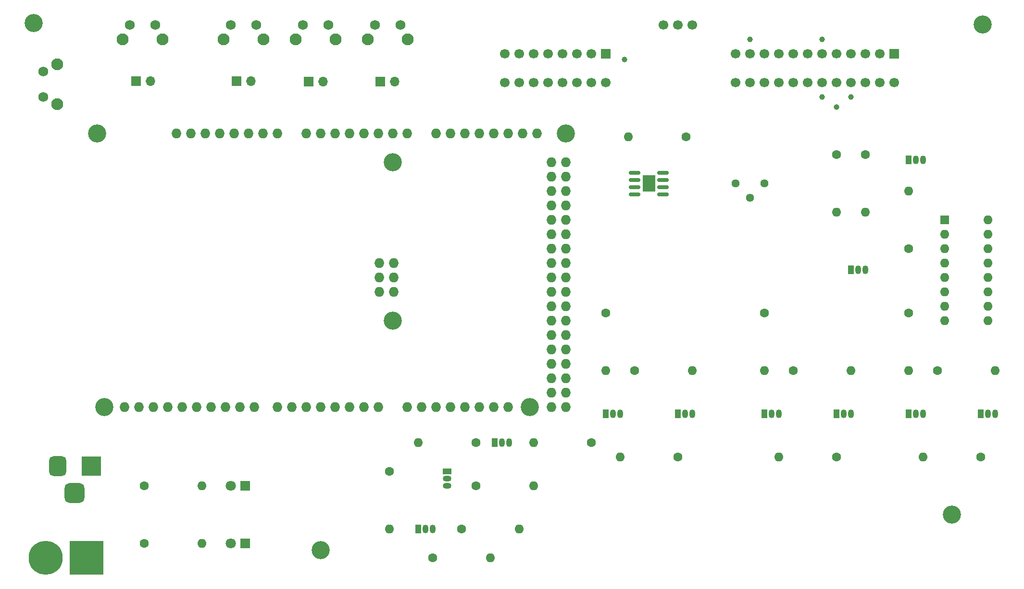
<source format=gbr>
%TF.GenerationSoftware,KiCad,Pcbnew,(6.0.1)*%
%TF.CreationDate,2022-11-01T11:59:45+11:00*%
%TF.ProjectId,IS250 Interface Board,49533235-3020-4496-9e74-657266616365,rev?*%
%TF.SameCoordinates,Original*%
%TF.FileFunction,Soldermask,Top*%
%TF.FilePolarity,Negative*%
%FSLAX46Y46*%
G04 Gerber Fmt 4.6, Leading zero omitted, Abs format (unit mm)*
G04 Created by KiCad (PCBNEW (6.0.1)) date 2022-11-01 11:59:45*
%MOMM*%
%LPD*%
G01*
G04 APERTURE LIST*
G04 Aperture macros list*
%AMRoundRect*
0 Rectangle with rounded corners*
0 $1 Rounding radius*
0 $2 $3 $4 $5 $6 $7 $8 $9 X,Y pos of 4 corners*
0 Add a 4 corners polygon primitive as box body*
4,1,4,$2,$3,$4,$5,$6,$7,$8,$9,$2,$3,0*
0 Add four circle primitives for the rounded corners*
1,1,$1+$1,$2,$3*
1,1,$1+$1,$4,$5*
1,1,$1+$1,$6,$7*
1,1,$1+$1,$8,$9*
0 Add four rect primitives between the rounded corners*
20,1,$1+$1,$2,$3,$4,$5,0*
20,1,$1+$1,$4,$5,$6,$7,0*
20,1,$1+$1,$6,$7,$8,$9,0*
20,1,$1+$1,$8,$9,$2,$3,0*%
G04 Aperture macros list end*
%ADD10C,3.200000*%
%ADD11R,1.050000X1.500000*%
%ADD12O,1.050000X1.500000*%
%ADD13C,1.600000*%
%ADD14O,1.600000X1.600000*%
%ADD15C,1.000000*%
%ADD16C,1.440000*%
%ADD17C,6.000000*%
%ADD18R,6.000000X6.000000*%
%ADD19R,1.700000X1.700000*%
%ADD20C,1.700000*%
%ADD21C,2.100000*%
%ADD22C,1.750000*%
%ADD23O,1.700000X1.700000*%
%ADD24R,1.500000X1.050000*%
%ADD25O,1.500000X1.050000*%
%ADD26RoundRect,0.150000X-0.825000X-0.150000X0.825000X-0.150000X0.825000X0.150000X-0.825000X0.150000X0*%
%ADD27R,2.290000X3.000000*%
%ADD28R,1.800000X1.800000*%
%ADD29C,1.800000*%
%ADD30R,3.500000X3.500000*%
%ADD31RoundRect,0.750000X-0.750000X-1.000000X0.750000X-1.000000X0.750000X1.000000X-0.750000X1.000000X0*%
%ADD32RoundRect,0.875000X-0.875000X-0.875000X0.875000X-0.875000X0.875000X0.875000X-0.875000X0.875000X0*%
%ADD33R,1.600000X1.600000*%
%ADD34O,1.727200X1.727200*%
G04 APERTURE END LIST*
D10*
%TO.C,REF\u002A\u002A*%
X69430000Y-45320000D03*
%TD*%
D11*
%TO.C,Q3*%
X137160000Y-134620000D03*
D12*
X138430000Y-134620000D03*
X139700000Y-134620000D03*
%TD*%
D10*
%TO.C,REF\u002A\u002A*%
X120010000Y-138280000D03*
%TD*%
D13*
%TO.C,R3*%
X132080000Y-124460000D03*
D14*
X132080000Y-134620000D03*
%TD*%
D15*
%TO.C,TP3*%
X213360000Y-58420000D03*
%TD*%
D11*
%TO.C,Q9*%
X182880000Y-114300000D03*
D12*
X184150000Y-114300000D03*
X185420000Y-114300000D03*
%TD*%
D16*
%TO.C,RV1*%
X193040000Y-73660000D03*
X195580000Y-76200000D03*
X198120000Y-73660000D03*
%TD*%
D13*
%TO.C,R16*%
X198120000Y-96520000D03*
D14*
X198120000Y-106680000D03*
%TD*%
D15*
%TO.C,TP6*%
X173482000Y-51816000D03*
%TD*%
D13*
%TO.C,R1*%
X223520000Y-96520000D03*
D14*
X223520000Y-106680000D03*
%TD*%
D13*
%TO.C,R6*%
X147320000Y-127000000D03*
D14*
X157480000Y-127000000D03*
%TD*%
D17*
%TO.C,J4*%
X71540000Y-139700000D03*
D18*
X78740000Y-139700000D03*
%TD*%
D13*
%TO.C,R8*%
X147320000Y-119380000D03*
D14*
X137160000Y-119380000D03*
%TD*%
D19*
%TO.C,J2*%
X170180000Y-50800000D03*
D20*
X167640000Y-50800000D03*
X165100000Y-50800000D03*
X162560000Y-50800000D03*
X160020000Y-50800000D03*
X157480000Y-50800000D03*
X154940000Y-50800000D03*
X152400000Y-50800000D03*
X170180000Y-55880000D03*
X167640000Y-55880000D03*
X165100000Y-55880000D03*
X162560000Y-55880000D03*
X160020000Y-55880000D03*
X157480000Y-55880000D03*
X154940000Y-55880000D03*
X152400000Y-55880000D03*
%TD*%
D11*
%TO.C,Q11*%
X210820000Y-114300000D03*
D12*
X212090000Y-114300000D03*
X213360000Y-114300000D03*
%TD*%
D21*
%TO.C,SW2*%
X92120000Y-48210000D03*
X85110000Y-48210000D03*
D22*
X86360000Y-45720000D03*
X90860000Y-45720000D03*
%TD*%
D13*
%TO.C,R14*%
X175260000Y-106680000D03*
D14*
X185420000Y-106680000D03*
%TD*%
D19*
%TO.C,J8*%
X130512000Y-55646600D03*
D23*
X133052000Y-55646600D03*
%TD*%
D19*
%TO.C,J5*%
X87494500Y-55588900D03*
D23*
X90034500Y-55588900D03*
%TD*%
D11*
%TO.C,Q5*%
X150680000Y-119380000D03*
D12*
X151950000Y-119380000D03*
X153220000Y-119380000D03*
%TD*%
D24*
%TO.C,Q4*%
X142240000Y-124460000D03*
D25*
X142240000Y-125730000D03*
X142240000Y-127000000D03*
%TD*%
D11*
%TO.C,Q10*%
X198120000Y-114300000D03*
D12*
X199390000Y-114300000D03*
X200660000Y-114300000D03*
%TD*%
D13*
%TO.C,R18*%
X210820000Y-121920000D03*
D14*
X200660000Y-121920000D03*
%TD*%
D13*
%TO.C,R9*%
X215900000Y-68580000D03*
D14*
X215900000Y-78740000D03*
%TD*%
D13*
%TO.C,R7*%
X167640000Y-119380000D03*
D14*
X157480000Y-119380000D03*
%TD*%
%TO.C,R19*%
X174160000Y-65395000D03*
D13*
X184320000Y-65395000D03*
%TD*%
D21*
%TO.C,SW6*%
X73610000Y-52660000D03*
X73610000Y-59670000D03*
D22*
X71120000Y-58420000D03*
X71120000Y-53920000D03*
%TD*%
D13*
%TO.C,R11*%
X236220000Y-121920000D03*
D14*
X226060000Y-121920000D03*
%TD*%
D26*
%TO.C,U1*%
X175325000Y-71755000D03*
X175325000Y-73025000D03*
X175325000Y-74295000D03*
X175325000Y-75565000D03*
X180275000Y-75565000D03*
X180275000Y-74295000D03*
X180275000Y-73025000D03*
X180275000Y-71755000D03*
D27*
X177800000Y-73660000D03*
%TD*%
D13*
%TO.C,R15*%
X182880000Y-121920000D03*
D14*
X172720000Y-121920000D03*
%TD*%
D21*
%TO.C,SW5*%
X135300000Y-48210000D03*
X128290000Y-48210000D03*
D22*
X129540000Y-45720000D03*
X134040000Y-45720000D03*
%TD*%
D13*
%TO.C,R2*%
X228600000Y-106680000D03*
D14*
X238760000Y-106680000D03*
%TD*%
D13*
%TO.C,R20*%
X88900000Y-127000000D03*
D14*
X99060000Y-127000000D03*
%TD*%
D28*
%TO.C,D2*%
X106680000Y-137160000D03*
D29*
X104140000Y-137160000D03*
%TD*%
D20*
%TO.C,SW1*%
X180340000Y-45720000D03*
X182880000Y-45720000D03*
X185420000Y-45720000D03*
%TD*%
D30*
%TO.C,J3*%
X79660000Y-123502500D03*
D31*
X73660000Y-123502500D03*
D32*
X76660000Y-128202500D03*
%TD*%
D10*
%TO.C,REF\u002A\u002A*%
X231140000Y-132080000D03*
%TD*%
D13*
%TO.C,R4*%
X139700000Y-139700000D03*
D14*
X149860000Y-139700000D03*
%TD*%
D28*
%TO.C,D1*%
X106680000Y-127000000D03*
D29*
X104140000Y-127000000D03*
%TD*%
D15*
%TO.C,TP4*%
X208280000Y-48260000D03*
%TD*%
D13*
%TO.C,R12*%
X223520000Y-85105000D03*
D14*
X223520000Y-74945000D03*
%TD*%
D10*
%TO.C,REF\u002A\u002A*%
X236610000Y-45610000D03*
%TD*%
D33*
%TO.C,U2*%
X229880000Y-80025000D03*
D14*
X229880000Y-82565000D03*
X229880000Y-85105000D03*
X229880000Y-87645000D03*
X229880000Y-90185000D03*
X229880000Y-92725000D03*
X229880000Y-95265000D03*
X229880000Y-97805000D03*
X237500000Y-97805000D03*
X237500000Y-95265000D03*
X237500000Y-92725000D03*
X237500000Y-90185000D03*
X237500000Y-87645000D03*
X237500000Y-85105000D03*
X237500000Y-82565000D03*
X237500000Y-80025000D03*
%TD*%
D21*
%TO.C,SW4*%
X115590000Y-48210000D03*
X122600000Y-48210000D03*
D22*
X116840000Y-45720000D03*
X121340000Y-45720000D03*
%TD*%
D19*
%TO.C,J6*%
X105175100Y-55616000D03*
D23*
X107715100Y-55616000D03*
%TD*%
D13*
%TO.C,R13*%
X170180000Y-96520000D03*
D14*
X170180000Y-106680000D03*
%TD*%
D11*
%TO.C,Q7*%
X223520000Y-69515000D03*
D12*
X224790000Y-69515000D03*
X226060000Y-69515000D03*
%TD*%
D13*
%TO.C,R17*%
X203200000Y-106680000D03*
D14*
X213360000Y-106680000D03*
%TD*%
D19*
%TO.C,J7*%
X117870800Y-55675000D03*
D23*
X120410800Y-55675000D03*
%TD*%
D11*
%TO.C,Q6*%
X213360000Y-88900000D03*
D12*
X214630000Y-88900000D03*
X215900000Y-88900000D03*
%TD*%
D11*
%TO.C,Q1*%
X223520000Y-114300000D03*
D12*
X224790000Y-114300000D03*
X226060000Y-114300000D03*
%TD*%
D13*
%TO.C,R10*%
X210820000Y-68580000D03*
D14*
X210820000Y-78740000D03*
%TD*%
D21*
%TO.C,SW3*%
X102890000Y-48210000D03*
X109900000Y-48210000D03*
D22*
X104140000Y-45720000D03*
X108640000Y-45720000D03*
%TD*%
D15*
%TO.C,TP5*%
X195580000Y-48260000D03*
%TD*%
D11*
%TO.C,Q8*%
X170180000Y-114300000D03*
D12*
X171450000Y-114300000D03*
X172720000Y-114300000D03*
%TD*%
D11*
%TO.C,Q2*%
X236220000Y-114300000D03*
D12*
X237490000Y-114300000D03*
X238760000Y-114300000D03*
%TD*%
D15*
%TO.C,TP1*%
X208280000Y-58420000D03*
%TD*%
%TO.C,TP2*%
X210820000Y-60198000D03*
%TD*%
D19*
%TO.C,J1*%
X220980000Y-50800000D03*
D20*
X218440000Y-50800000D03*
X215900000Y-50800000D03*
X213360000Y-50800000D03*
X210820000Y-50800000D03*
X208280000Y-50800000D03*
X205740000Y-50800000D03*
X203200000Y-50800000D03*
X200660000Y-50800000D03*
X198120000Y-50800000D03*
X195580000Y-50800000D03*
X193040000Y-50800000D03*
X220980000Y-55880000D03*
X218440000Y-55880000D03*
X215900000Y-55880000D03*
X213360000Y-55880000D03*
X210820000Y-55880000D03*
X208280000Y-55880000D03*
X205740000Y-55880000D03*
X203200000Y-55880000D03*
X200660000Y-55880000D03*
X198120000Y-55880000D03*
X195580000Y-55880000D03*
X193040000Y-55880000D03*
%TD*%
D13*
%TO.C,R5*%
X144780000Y-134620000D03*
D14*
X154940000Y-134620000D03*
%TD*%
D13*
%TO.C,R21*%
X88900000Y-137160000D03*
D14*
X99060000Y-137160000D03*
%TD*%
D10*
%TO.C,XA1*%
X81915000Y-113117500D03*
X132715000Y-69937500D03*
X163195000Y-64857500D03*
D34*
X94615000Y-64857500D03*
D10*
X80645000Y-64857500D03*
X156845000Y-113117500D03*
X132715000Y-97877500D03*
D34*
X102235000Y-64857500D03*
X104775000Y-64857500D03*
X132842000Y-92797500D03*
X160655000Y-113117500D03*
X163195000Y-113117500D03*
X117475000Y-64857500D03*
X120015000Y-64857500D03*
X122555000Y-64857500D03*
X125095000Y-64857500D03*
X127635000Y-64857500D03*
X130175000Y-64857500D03*
X132715000Y-64857500D03*
X135255000Y-64857500D03*
X140335000Y-64857500D03*
X142875000Y-64857500D03*
X145415000Y-64857500D03*
X147955000Y-64857500D03*
X150495000Y-64857500D03*
X153035000Y-64857500D03*
X155575000Y-64857500D03*
X158115000Y-64857500D03*
X90551000Y-113117500D03*
X130175000Y-113117500D03*
X127635000Y-113117500D03*
X125095000Y-113117500D03*
X122555000Y-113117500D03*
X120015000Y-113117500D03*
X117475000Y-113117500D03*
X114935000Y-113117500D03*
X112395000Y-113117500D03*
X108331000Y-113117500D03*
X105791000Y-113117500D03*
X103251000Y-113117500D03*
X100711000Y-113117500D03*
X98171000Y-113117500D03*
X95631000Y-113117500D03*
X135255000Y-113117500D03*
X137795000Y-113117500D03*
X140335000Y-113117500D03*
X142875000Y-113117500D03*
X145415000Y-113117500D03*
X147955000Y-113117500D03*
X150495000Y-113117500D03*
X153035000Y-113117500D03*
X160655000Y-110577500D03*
X163195000Y-110577500D03*
X160655000Y-108037500D03*
X163195000Y-108037500D03*
X160655000Y-105497500D03*
X163195000Y-105497500D03*
X160655000Y-102957500D03*
X163195000Y-102957500D03*
X160655000Y-100417500D03*
X163195000Y-100417500D03*
X160655000Y-97877500D03*
X163195000Y-97877500D03*
X160655000Y-95337500D03*
X163195000Y-95337500D03*
X160655000Y-92797500D03*
X163195000Y-92797500D03*
X160655000Y-90257500D03*
X163195000Y-90257500D03*
X160655000Y-87717500D03*
X163195000Y-87717500D03*
X160655000Y-85177500D03*
X163195000Y-85177500D03*
X160655000Y-82637500D03*
X163195000Y-82637500D03*
X160655000Y-80097500D03*
X163195000Y-80097500D03*
X160655000Y-77557500D03*
X163195000Y-77557500D03*
X160655000Y-75017500D03*
X163195000Y-75017500D03*
X160655000Y-72477500D03*
X163195000Y-72477500D03*
X93091000Y-113117500D03*
X107315000Y-64857500D03*
X109855000Y-64857500D03*
X132842000Y-87717500D03*
X160655000Y-69937500D03*
X163195000Y-69937500D03*
X97155000Y-64857500D03*
X130302000Y-92797500D03*
X132842000Y-90257500D03*
X99695000Y-64857500D03*
X130302000Y-87717500D03*
X130302000Y-90257500D03*
X85471000Y-113117500D03*
X88011000Y-113117500D03*
X112395000Y-64857500D03*
%TD*%
M02*

</source>
